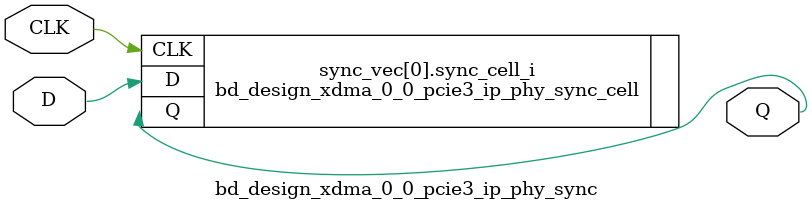
<source format=v>





`timescale 1ps / 1ps



//-------------------------------------------------------------------------------------------------
//  PHY Synchronizer Module
//-------------------------------------------------------------------------------------------------
module bd_design_xdma_0_0_pcie3_ip_phy_sync #
(
    parameter integer WIDTH = 1, 
    parameter integer STAGE = 2
)
(
    //-------------------------------------------------------------------------- 
    //  Input Ports
    //-------------------------------------------------------------------------- 
    input                               CLK,
    input       [WIDTH-1:0]             D,
    
    //-------------------------------------------------------------------------- 
    //  Output Ports
    //-------------------------------------------------------------------------- 
    output      [WIDTH-1:0]             Q
);                                                        



//--------------------------------------------------------------------------------------------------
//  Generate Synchronizer - Begin
//--------------------------------------------------------------------------------------------------
genvar i;

generate for (i=0; i<WIDTH; i=i+1) 

    begin : sync_vec

    //----------------------------------------------------------------------
    //  Synchronizer
    //----------------------------------------------------------------------
bd_design_xdma_0_0_pcie3_ip_phy_sync_cell #
    (
        .STAGE                            (STAGE)
    )    
    sync_cell_i
    (
        //------------------------------------------------------------------
        //  Input Ports
        //------------------------------------------------------------------
        .CLK                              (CLK),
        .D                                (D[i]),

        //------------------------------------------------------------------
        //  Output Ports
        //------------------------------------------------------------------
        .Q                                (Q[i])
    );
 
    end   
      
endgenerate 
//--------------------------------------------------------------------------------------------------
//  Generate - End
//--------------------------------------------------------------------------------------------------



endmodule





</source>
